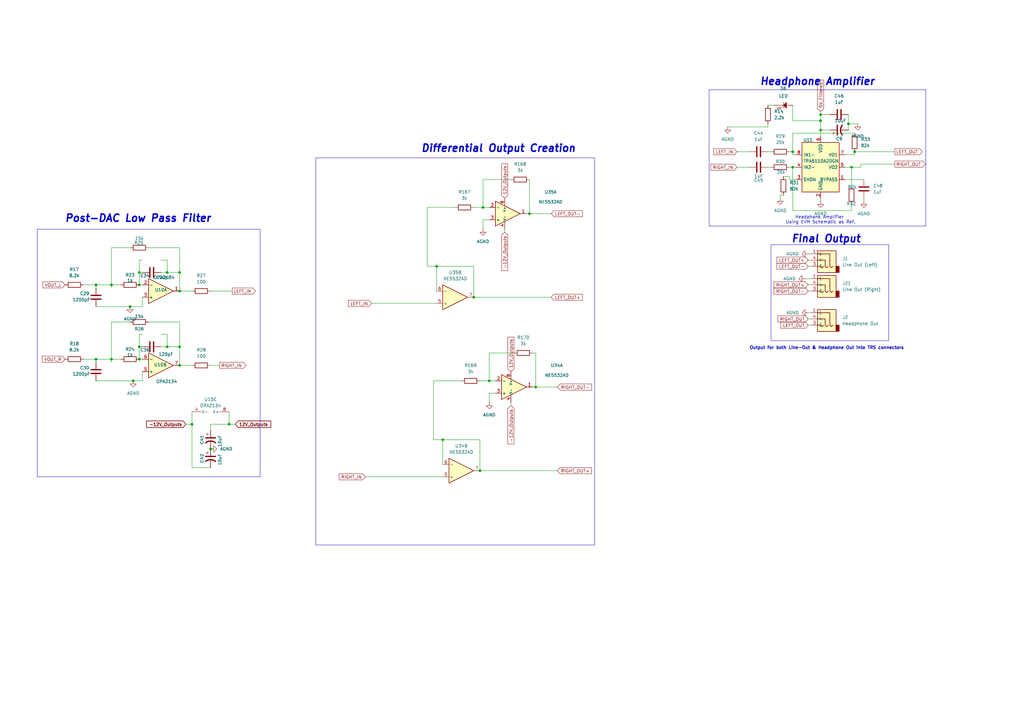
<source format=kicad_sch>
(kicad_sch (version 20231120) (generator "eeschema") (generator_version "8.0")
  (paper "A3")
  (title_block (company "Michael Meyers"))
  (lib_symbols
    (symbol "Amplifier_Audio:TPA6110A2DGN"
      (property "Reference" "U" (at -6.35 11.43 0))
      (property "Value" "TPA6110A2DGN" (at 6.35 11.43 0))
      (symbol "TPA6110A2DGN_0_1"
        (rectangle (start -7.62 10.16) (end 7.62 -10.16) (stroke (width 0.254)) (fill (type background)))
      )
      (symbol "TPA6110A2DGN_1_1"
        (pin passive line (at 10.16 -5.08 180) (length 2.54) (name "BYPASS") (number "1"))
        (pin power_in line (at 0 -12.7 90) (length 2.54) (name "GND") (number "2"))
        (pin input line (at -10.16 -5.08 0) (length 2.54) (name "SHDN") (number "3"))
        (pin input line (at -10.16 0 0) (length 2.54) (name "IN2-") (number "4"))
        (pin output line (at 10.16 0 180) (length 2.54) (name "VO2") (number "5"))
        (pin power_in line (at 0 12.7 270) (length 2.54) (name "VDD") (number "6"))
        (pin output line (at 10.16 5.08 180) (length 2.54) (name "VO1") (number "7"))
        (pin input line (at -10.16 5.08 0) (length 2.54) (name "IN1-") (number "8"))
        (pin passive line (at 0 -12.7 90) (length 2.54) hide (name "GND") (number "9"))
      )
    )
    (symbol "Amplifier_Operational:OPA2134" (pin_names (offset 0.127))
      (property "Reference" "U" (at 0 5.08 0))
      (property "Value" "OPA2134" (at 0 -5.08 0))
      (symbol "OPA2134_1_1"
        (polyline (pts (xy -5.08 5.08) (xy 5.08 0) (xy -5.08 -5.08) (xy -5.08 5.08)) (stroke (width 0.254)) (fill (type background)))
        (pin output line (at 7.62 0 180) (length 2.54) (name "~") (number "1"))
        (pin input line (at -7.62 -2.54 0) (length 2.54) (name "-") (number "2"))
        (pin input line (at -7.62 2.54 0) (length 2.54) (name "+") (number "3"))
      )
      (symbol "OPA2134_2_1"
        (polyline (pts (xy -5.08 5.08) (xy 5.08 0) (xy -5.08 -5.08) (xy -5.08 5.08)) (stroke (width 0.254)) (fill (type background)))
        (pin input line (at -7.62 2.54 0) (length 2.54) (name "+") (number "5"))
        (pin input line (at -7.62 -2.54 0) (length 2.54) (name "-") (number "6"))
        (pin output line (at 7.62 0 180) (length 2.54) (name "~") (number "7"))
      )
      (symbol "OPA2134_3_1"
        (pin power_in line (at -2.54 -7.62 90) (length 3.81) (name "V-") (number "4"))
        (pin power_in line (at -2.54 7.62 270) (length 3.81) (name "V+") (number "8"))
      )
    )
    (symbol "AudioJack3_1"
      (property "Reference" "J1" (at -7.62 0.6351 0))
      (property "Value" "Line Out (Left)" (at -7.62 -1.9049 0))
      (symbol "AudioJack3_1_0_1"
        (rectangle (start -5.08 -5.08) (end -6.35 -2.54) (stroke (width 0.254)) (fill (type outline)))
        (polyline (pts (xy 0 -2.54) (xy 0.635 -3.175) (xy 1.27 -2.54) (xy 2.54 -2.54)) (stroke (width 0.254)))
        (polyline (pts (xy -1.905 -2.54) (xy -1.27 -3.175) (xy -0.635 -2.54) (xy -0.635 0) (xy 2.54 0)) (stroke (width 0.254)))
        (polyline (pts (xy 2.54 2.54) (xy -2.54 2.54) (xy -2.54 -2.54) (xy -3.175 -3.175) (xy -3.81 -2.54)) (stroke (width 0.254)))
        (rectangle (start 2.54 3.81) (end -5.08 -5.08) (stroke (width 0.254)) (fill (type background)))
      )
      (symbol "AudioJack3_1_1_1"
        (pin passive line (at 5.08 2.54 180) (length 2.54) (name "1") (number "1"))
        (pin passive line (at 5.08 -2.54 180) (length 2.54) (name "3") (number "3"))
        (pin passive line (at 5.08 0 180) (length 2.54) (name "4") (number "4"))
      )
    )
    (symbol "AudioJack3_2"
      (property "Reference" "J21" (at -7.62 0.6351 0))
      (property "Value" "Line Out (Right)" (at -7.62 -1.9049 0))
      (symbol "AudioJack3_2_0_1"
        (rectangle (start -5.08 -5.08) (end -6.35 -2.54) (stroke (width 0.254)) (fill (type outline)))
        (polyline (pts (xy 0 -2.54) (xy 0.635 -3.175) (xy 1.27 -2.54) (xy 2.54 -2.54)) (stroke (width 0.254)))
        (polyline (pts (xy -1.905 -2.54) (xy -1.27 -3.175) (xy -0.635 -2.54) (xy -0.635 0) (xy 2.54 0)) (stroke (width 0.254)))
        (polyline (pts (xy 2.54 2.54) (xy -2.54 2.54) (xy -2.54 -2.54) (xy -3.175 -3.175) (xy -3.81 -2.54)) (stroke (width 0.254)))
        (rectangle (start 2.54 3.81) (end -5.08 -5.08) (stroke (width 0.254)) (fill (type background)))
      )
      (symbol "AudioJack3_2_1_1"
        (pin passive line (at 5.08 2.54 180) (length 2.54) (name "1") (number "1"))
        (pin passive line (at 5.08 -2.54 180) (length 2.54) (name "3") (number "3"))
        (pin passive line (at 5.08 0 180) (length 2.54) (name "4") (number "4"))
      )
    )
    (symbol "Connector_Audio:AudioJack3"
      (property "Reference" "J2" (at -7.62 0.6351 0))
      (property "Value" "Headphone Out" (at -7.62 -1.9049 0))
      (symbol "AudioJack3_0_1"
        (rectangle (start -5.08 -5.08) (end -6.35 -2.54) (stroke (width 0.254)) (fill (type outline)))
        (polyline (pts (xy 0 -2.54) (xy 0.635 -3.175) (xy 1.27 -2.54) (xy 2.54 -2.54)) (stroke (width 0.254)))
        (polyline (pts (xy -1.905 -2.54) (xy -1.27 -3.175) (xy -0.635 -2.54) (xy -0.635 0) (xy 2.54 0)) (stroke (width 0.254)))
        (polyline (pts (xy 2.54 2.54) (xy -2.54 2.54) (xy -2.54 -2.54) (xy -3.175 -3.175) (xy -3.81 -2.54)) (stroke (width 0.254)))
        (rectangle (start 2.54 3.81) (end -5.08 -5.08) (stroke (width 0.254)) (fill (type background)))
      )
      (symbol "AudioJack3_1_1"
        (pin passive line (at 5.08 2.54 180) (length 2.54) (name "1") (number "1"))
        (pin passive line (at 5.08 -2.54 180) (length 2.54) (name "3") (number "3"))
        (pin passive line (at 5.08 0 180) (length 2.54) (name "4") (number "4"))
      )
    )
    (symbol "Device:C" (pin_numbers hide) (pin_names (offset 0.254))
      (property "Reference" "C" (at 0.635 2.54 0))
      (property "Value" "C" (at 0.635 -2.54 0))
      (symbol "C_0_1"
        (polyline (pts (xy -2.032 -0.762) (xy 2.032 -0.762)) (stroke (width 0.508)))
        (polyline (pts (xy -2.032 0.762) (xy 2.032 0.762)) (stroke (width 0.508)))
      )
      (symbol "C_1_1"
        (pin passive line (at 0 3.81 270) (length 2.794) (name "~") (number "1"))
        (pin passive line (at 0 -3.81 90) (length 2.794) (name "~") (number "2"))
      )
    )
    (symbol "Device:C_Polarized_US" (pin_numbers hide) (pin_names (offset 0.254) hide)
      (property "Reference" "C" (at 0.635 2.54 0))
      (property "Value" "C_Polarized_US" (at 0.635 -2.54 0))
      (symbol "C_Polarized_US_0_1"
        (polyline (pts (xy -2.032 0.762) (xy 2.032 0.762)) (stroke (width 0.508)))
        (polyline (pts (xy -1.778 2.286) (xy -0.762 2.286)))
        (polyline (pts (xy -1.27 1.778) (xy -1.27 2.794)))
        (arc (start 2.032 -1.27) (mid 0 -0.5572) (end -2.032 -1.27) (stroke (width 0.508)))
      )
      (symbol "C_Polarized_US_1_1"
        (pin passive line (at 0 3.81 270) (length 2.794) (name "~") (number "1"))
        (pin passive line (at 0 -3.81 90) (length 3.302) (name "~") (number "2"))
      )
    )
    (symbol "Device:R" (pin_numbers hide) (pin_names (offset 0))
      (property "Reference" "R" (at 2.032 0 90))
      (property "Value" "R" (at 0 0 90))
      (symbol "R_0_1"
        (rectangle (start -1.016 -2.54) (end 1.016 2.54) (stroke (width 0.254)))
      )
      (symbol "R_1_1"
        (pin passive line (at 0 3.81 270) (length 1.27) (name "~") (number "1"))
        (pin passive line (at 0 -3.81 90) (length 1.27) (name "~") (number "2"))
      )
    )
    (symbol "PCM_Amplifier_Operational_AKL:NE5532AD" (pin_names (offset 0.2))
      (property "Reference" "U" (at 1.27 6.35 0))
      (property "Value" "NE5532AD" (at 1.27 3.81 0))
      (symbol "NE5532AD_0_1"
        (polyline (pts (xy -3.81 5.08) (xy -3.81 -5.08) (xy 6.35 0) (xy -3.81 5.08)) (stroke (width 0.254)) (fill (type background)))
      )
      (symbol "NE5532AD_1_1"
        (pin output line (at 8.89 0 180) (length 2.54) (name "~") (number "1"))
        (pin input line (at -6.35 2.54 0) (length 2.54) (name "-") (number "2"))
        (pin input line (at -6.35 -2.54 0) (length 2.54) (name "+") (number "3"))
        (pin power_in line (at 0 -6.35 90) (length 3.18) (name "V-") (number "4"))
        (pin power_in line (at 0 6.35 270) (length 3.18) (name "V+") (number "8"))
      )
      (symbol "NE5532AD_2_1"
        (pin input line (at -6.35 -2.54 0) (length 2.54) (name "+") (number "5"))
        (pin input line (at -6.35 2.54 0) (length 2.54) (name "-") (number "6"))
        (pin output line (at 8.89 0 180) (length 2.54) (name "~") (number "7"))
      )
    )
    (symbol "PCM_SL_Devices:LED"
      (property "Reference" "D" (at -0.508 5.334 0))
      (property "Value" "LED" (at -0.508 2.794 0))
      (symbol "LED_0_1"
        (polyline (pts (xy -1.27 0) (xy -2.54 0)))
        (polyline (pts (xy 0 1.27) (xy 0 -1.27)))
        (polyline (pts (xy 0.508 0.508) (xy 1.524 1.524)))
        (polyline (pts (xy 1.27 0) (xy 2.54 0)))
        (polyline (pts (xy 1.524 0.508) (xy 2.54 1.524)))
        (polyline (pts (xy 1.524 1.524) (xy 0.889 1.524)))
        (polyline (pts (xy 1.524 1.524) (xy 1.524 0.889)))
        (polyline (pts (xy 2.54 1.524) (xy 1.905 1.524)))
        (polyline (pts (xy 2.54 1.524) (xy 2.54 0.889)))
        (polyline (pts (xy 0 0) (xy -1.27 -1.27) (xy -1.27 1.27) (xy 0 0) (xy 1.27 0)) (fill (type outline)))
      )
      (symbol "LED_1_1"
        (pin passive line (at 3.81 0 180) (length 1.5) (name "~") (number "1"))
        (pin passive line (at -3.81 0 0) (length 1.5) (name "") (number "2"))
      )
    )
    (symbol "power:GND" (power) (pin_numbers hide) (pin_names (offset 0) hide)
      (property "Value" "GND" (at 0 -3.81 0))
      (symbol "GND_0_1"
        (polyline (pts (xy 0 0) (xy 0 -1.27) (xy 1.27 -1.27) (xy 0 -2.54) (xy -1.27 -1.27) (xy 0 -1.27)))
      )
      (symbol "GND_1_1"
        (pin power_in line (at 0 0 270) (length 0) (name "~") (number "1"))
      )
    )
  )
  (junction (at 347.98 50.8))
  (junction (at 45.72 116.84))
  (junction (at 68.58 142.24))
  (junction (at 57.15 147.32))
  (junction (at 181.61 180.34))
  (junction (at 336.55 46.99))
  (junction (at 93.98 173.99))
  (junction (at 349.25 68.58))
  (junction (at 217.17 87.63))
  (junction (at 336.55 49.53))
  (junction (at 73.66 111.76))
  (junction (at 68.58 111.76))
  (junction (at 219.71 158.75))
  (junction (at 39.37 116.84))
  (junction (at 54.61 156.21))
  (junction (at 198.12 85.09))
  (junction (at 78.74 173.99))
  (junction (at 57.15 111.76))
  (junction (at 179.07 109.22))
  (junction (at 194.31 121.92))
  (junction (at 39.37 147.32))
  (junction (at 73.66 119.38))
  (junction (at 73.66 149.86))
  (junction (at 57.15 116.84))
  (junction (at 336.55 53.34))
  (junction (at 45.72 147.32))
  (junction (at 53.34 125.73))
  (junction (at 200.66 156.21))
  (junction (at 57.15 142.24))
  (junction (at 325.12 62.23))
  (junction (at 73.66 142.24))
  (junction (at 325.12 68.58))
  (junction (at 350.52 62.23))
  (junction (at 196.85 193.04))
  (junction (at 86.36 184.15))
  (wire (pts (xy 347.98 50.8) (xy 347.98 53.34)))
  (wire (pts (xy 194.31 85.09) (xy 198.12 85.09)))
  (wire (pts (xy 219.71 158.75) (xy 228.6 158.75)))
  (wire (pts (xy 325.12 54.61) (xy 350.52 54.61)))
  (wire (pts (xy 57.15 137.16) (xy 57.15 142.24)))
  (wire (pts (xy 68.58 137.16) (xy 68.58 142.24)))
  (wire (pts (xy 34.29 116.84) (xy 39.37 116.84)))
  (wire (pts (xy 210.82 144.78) (xy 200.66 144.78)))
  (wire (pts (xy 194.31 121.92) (xy 226.06 121.92)))
  (wire (pts (xy 175.26 85.09) (xy 175.26 109.22)))
  (wire (pts (xy 207.01 95.25) (xy 207.01 93.98)))
  (wire (pts (xy 353.06 67.31) (xy 367.03 67.31)))
  (wire (pts (xy 325.12 43.18) (xy 325.12 49.53)))
  (wire (pts (xy 314.96 52.07) (xy 314.96 50.8)))
  (wire (pts (xy 177.8 180.34) (xy 181.61 180.34)))
  (wire (pts (xy 39.37 125.73) (xy 53.34 125.73)))
  (wire (pts (xy 336.55 53.34) (xy 340.36 53.34)))
  (wire (pts (xy 39.37 116.84) (xy 39.37 118.11)))
  (wire (pts (xy 336.55 53.34) (xy 336.55 55.88)))
  (wire (pts (xy 152.4 124.46) (xy 179.07 124.46)))
  (wire (pts (xy 57.15 142.24) (xy 57.15 147.32)))
  (wire (pts (xy 58.42 142.24) (xy 57.15 142.24)))
  (wire (pts (xy 53.34 101.6) (xy 45.72 101.6)))
  (wire (pts (xy 198.12 90.17) (xy 198.12 93.98)))
  (wire (pts (xy 45.72 147.32) (xy 49.53 147.32)))
  (wire (pts (xy 57.15 147.32) (xy 58.42 147.32)))
  (wire (pts (xy 68.58 111.76) (xy 73.66 111.76)))
  (wire (pts (xy 39.37 147.32) (xy 45.72 147.32)))
  (wire (pts (xy 325.12 63.5) (xy 325.12 62.23)))
  (wire (pts (xy 196.85 180.34) (xy 181.61 180.34)))
  (wire (pts (xy 34.29 147.32) (xy 39.37 147.32)))
  (wire (pts (xy 186.69 85.09) (xy 175.26 85.09)))
  (wire (pts (xy 58.42 106.68) (xy 57.15 106.68)))
  (wire (pts (xy 73.66 149.86) (xy 78.74 149.86)))
  (wire (pts (xy 73.66 101.6) (xy 73.66 111.76)))
  (wire (pts (xy 354.33 82.55) (xy 354.33 81.28)))
  (wire (pts (xy 367.03 62.23) (xy 350.52 62.23)))
  (wire (pts (xy 73.66 111.76) (xy 73.66 119.38)))
  (wire (pts (xy 336.55 46.99) (xy 340.36 46.99)))
  (wire (pts (xy 198.12 90.17) (xy 200.66 90.17)))
  (wire (pts (xy 219.71 144.78) (xy 219.71 158.75)))
  (wire (pts (xy 86.36 173.99) (xy 86.36 176.53)))
  (wire (pts (xy 302.26 68.58) (xy 307.34 68.58)))
  (wire (pts (xy 194.31 121.92) (xy 194.31 109.22)))
  (wire (pts (xy 73.66 119.38) (xy 78.74 119.38)))
  (wire (pts (xy 87.63 184.15) (xy 86.36 184.15)))
  (wire (pts (xy 57.15 106.68) (xy 57.15 111.76)))
  (wire (pts (xy 179.07 109.22) (xy 179.07 119.38)))
  (wire (pts (xy 96.52 173.99) (xy 93.98 173.99)))
  (wire (pts (xy 45.72 118.11) (xy 45.72 116.84)))
  (wire (pts (xy 331.47 109.22) (xy 332.74 109.22)))
  (wire (pts (xy 60.96 132.08) (xy 73.66 132.08)))
  (wire (pts (xy 331.47 119.38) (xy 332.74 119.38)))
  (wire (pts (xy 196.85 193.04) (xy 196.85 180.34)))
  (wire (pts (xy 53.34 132.08) (xy 45.72 132.08)))
  (wire (pts (xy 325.12 68.58) (xy 326.39 68.58)))
  (wire (pts (xy 86.36 149.86) (xy 90.17 149.86)))
  (wire (pts (xy 68.58 142.24) (xy 73.66 142.24)))
  (wire (pts (xy 54.61 156.21) (xy 58.42 156.21)))
  (wire (pts (xy 198.12 73.66) (xy 198.12 85.09)))
  (wire (pts (xy 53.34 125.73) (xy 58.42 125.73)))
  (wire (pts (xy 177.8 156.21) (xy 177.8 180.34)))
  (wire (pts (xy 175.26 109.22) (xy 179.07 109.22)))
  (wire (pts (xy 200.66 161.29) (xy 200.66 165.1)))
  (wire (pts (xy 209.55 166.37) (xy 209.55 165.1)))
  (wire (pts (xy 215.9 87.63) (xy 217.17 87.63)))
  (wire (pts (xy 217.17 73.66) (xy 217.17 87.63)))
  (wire (pts (xy 68.58 137.16) (xy 66.04 137.16)))
  (wire (pts (xy 73.66 132.08) (xy 73.66 142.24)))
  (wire (pts (xy 39.37 156.21) (xy 54.61 156.21)))
  (wire (pts (xy 323.85 73.66) (xy 323.85 72.39)))
  (wire (pts (xy 320.04 81.28) (xy 320.04 80.01)))
  (wire (pts (xy 331.47 104.14) (xy 332.74 104.14)))
  (wire (pts (xy 325.12 54.61) (xy 325.12 62.23)))
  (wire (pts (xy 331.47 116.84) (xy 332.74 116.84)))
  (wire (pts (xy 330.2 114.3) (xy 332.74 114.3)))
  (wire (pts (xy 68.58 106.68) (xy 66.04 106.68)))
  (wire (pts (xy 302.26 62.23) (xy 307.34 62.23)))
  (wire (pts (xy 181.61 180.34) (xy 181.61 190.5)))
  (wire (pts (xy 78.74 173.99) (xy 78.74 191.77)))
  (wire (pts (xy 298.45 52.07) (xy 314.96 52.07)))
  (wire (pts (xy 66.04 111.76) (xy 68.58 111.76)))
  (wire (pts (xy 93.98 173.99) (xy 86.36 173.99)))
  (wire (pts (xy 336.55 45.72) (xy 336.55 46.99)))
  (wire (pts (xy 73.66 142.24) (xy 73.66 149.86)))
  (wire (pts (xy 57.15 116.84) (xy 58.42 116.84)))
  (wire (pts (xy 45.72 132.08) (xy 45.72 147.32)))
  (wire (pts (xy 336.55 49.53) (xy 336.55 53.34)))
  (wire (pts (xy 353.06 68.58) (xy 349.25 68.58)))
  (wire (pts (xy 323.85 62.23) (xy 325.12 62.23)))
  (wire (pts (xy 325.12 68.58) (xy 325.12 86.36)))
  (wire (pts (xy 346.71 73.66) (xy 354.33 73.66)))
  (wire (pts (xy 331.47 133.35) (xy 332.74 133.35)))
  (wire (pts (xy 323.85 73.66) (xy 326.39 73.66)))
  (wire (pts (xy 60.96 101.6) (xy 73.66 101.6)))
  (wire (pts (xy 314.96 68.58) (xy 316.23 68.58)))
  (wire (pts (xy 58.42 121.92) (xy 58.42 125.73)))
  (wire (pts (xy 336.55 46.99) (xy 336.55 49.53)))
  (wire (pts (xy 350.52 63.5) (xy 350.52 62.23)))
  (wire (pts (xy 58.42 111.76) (xy 57.15 111.76)))
  (wire (pts (xy 76.2 173.99) (xy 78.74 173.99)))
  (wire (pts (xy 325.12 49.53) (xy 336.55 49.53)))
  (wire (pts (xy 323.85 68.58) (xy 325.12 68.58)))
  (wire (pts (xy 78.74 191.77) (xy 86.36 191.77)))
  (wire (pts (xy 323.85 72.39) (xy 321.31 72.39)))
  (wire (pts (xy 331.47 128.27) (xy 332.74 128.27)))
  (wire (pts (xy 68.58 106.68) (xy 68.58 111.76)))
  (wire (pts (xy 314.96 62.23) (xy 316.23 62.23)))
  (wire (pts (xy 347.98 46.99) (xy 347.98 50.8)))
  (wire (pts (xy 346.71 68.58) (xy 349.25 68.58)))
  (wire (pts (xy 349.25 83.82) (xy 349.25 86.36)))
  (wire (pts (xy 331.47 106.68) (xy 332.74 106.68)))
  (wire (pts (xy 200.66 144.78) (xy 200.66 156.21)))
  (wire (pts (xy 209.55 73.66) (xy 198.12 73.66)))
  (wire (pts (xy 66.04 142.24) (xy 68.58 142.24)))
  (wire (pts (xy 217.17 87.63) (xy 226.06 87.63)))
  (wire (pts (xy 317.5 43.18) (xy 314.96 43.18)))
  (wire (pts (xy 196.85 156.21) (xy 200.66 156.21)))
  (wire (pts (xy 86.36 119.38) (xy 95.25 119.38)))
  (wire (pts (xy 350.52 63.5) (xy 346.71 63.5)))
  (wire (pts (xy 39.37 116.84) (xy 45.72 116.84)))
  (wire (pts (xy 58.42 137.16) (xy 57.15 137.16)))
  (wire (pts (xy 320.04 80.01) (xy 321.31 80.01)))
  (wire (pts (xy 45.72 116.84) (xy 49.53 116.84)))
  (wire (pts (xy 349.25 68.58) (xy 349.25 76.2)))
  (wire (pts (xy 196.85 193.04) (xy 228.6 193.04)))
  (wire (pts (xy 198.12 85.09) (xy 200.66 85.09)))
  (wire (pts (xy 218.44 158.75) (xy 219.71 158.75)))
  (wire (pts (xy 78.74 168.91) (xy 78.74 173.99)))
  (wire (pts (xy 189.23 156.21) (xy 177.8 156.21)))
  (wire (pts (xy 331.47 130.81) (xy 332.74 130.81)))
  (wire (pts (xy 93.98 168.91) (xy 93.98 173.99)))
  (wire (pts (xy 39.37 147.32) (xy 39.37 148.59)))
  (wire (pts (xy 200.66 156.21) (xy 203.2 156.21)))
  (wire (pts (xy 149.86 195.58) (xy 181.61 195.58)))
  (wire (pts (xy 325.12 86.36) (xy 349.25 86.36)))
  (wire (pts (xy 218.44 144.78) (xy 219.71 144.78)))
  (wire (pts (xy 45.72 101.6) (xy 45.72 116.84)))
  (wire (pts (xy 57.15 111.76) (xy 57.15 116.84)))
  (wire (pts (xy 58.42 152.4) (xy 58.42 156.21)))
  (wire (pts (xy 336.55 81.28) (xy 336.55 82.55)))
  (wire (pts (xy 45.72 148.59) (xy 45.72 147.32)))
  (wire (pts (xy 353.06 68.58) (xy 353.06 67.31)))
  (wire (pts (xy 325.12 63.5) (xy 326.39 63.5)))
  (wire (pts (xy 194.31 109.22) (xy 179.07 109.22)))
  (wire (pts (xy 347.98 50.8) (xy 351.79 50.8)))
  (wire (pts (xy 200.66 161.29) (xy 203.2 161.29)))
  (rectangle (start 129.54 64.77) (end 243.84 223.52))
  (rectangle (start 316.23 100.33) (end 364.49 139.7))
  (rectangle (start 290.83 36.83) (end 379.73 92.71))
  (rectangle (start 15.24 93.98) (end 106.68 195.58))
  (text "Post-DAC Low Pass Filter" (at 56.642 89.662 0) (effects (font (size 3 3) (thickness 0.6) (bold yes) (italic yes))))
  (text "Output for both Line-Out & Headphone Out into TRS connectors" (at 339.09 142.748 0) (effects (font (size 1.27 1.27) (bold yes))))
  (text "Headphone Amplifier \nUsing EVM Schematic as Ref.\n" (at 336.55 90.17 0) (effects (font (size 1.27 1.27))))
  (text "Final Output" (at 338.836 98.044 0) (effects (font (size 3 3) (thickness 0.6) (bold yes) (italic yes))))
  (text "Headphone Amplifier" (at 335.28 33.528 0) (effects (font (size 3 3) (thickness 0.6) (bold yes) (italic yes))))
  (text "Differential Output Creation" (at 204.47 60.96 0) (effects (font (size 3 3) (thickness 0.6) (bold yes) (italic yes))))
  (global_label "LEFT_IN" (shape input) (at 302.26 62.23 180) (property "Intersheetrefs" "${INTERSHEET_REFS}" (effects (hide yes))))
  (global_label "LEFT_OUT" (shape input) (at 331.47 133.35 180) (property "Intersheetrefs" "${INTERSHEET_REFS}" (effects (hide yes))))
  (global_label "12V_Outputs" (shape input) (at 209.55 152.4 90) (property "Intersheetrefs" "${INTERSHEET_REFS}" (effects (hide yes))))
  (global_label "RIGHT_IN" (shape output) (at 90.17 149.86 0) (property "Intersheetrefs" "${INTERSHEET_REFS}" (effects (hide yes))))
  (global_label "RIGHT_IN" (shape input) (at 149.86 195.58 180) (property "Intersheetrefs" "${INTERSHEET_REFS}" (effects (hide yes))))
  (global_label "LEFT_OUT+" (shape input) (at 226.06 121.92 0) (property "Intersheetrefs" "${INTERSHEET_REFS}" (effects (hide yes))))
  (global_label "LEFT_IN" (shape input) (at 152.4 124.46 180) (property "Intersheetrefs" "${INTERSHEET_REFS}" (effects (hide yes))))
  (global_label "12V_Outputs" (shape input) (at 207.01 81.28 90) (property "Intersheetrefs" "${INTERSHEET_REFS}" (effects (hide yes))))
  (global_label "RIGHT_OUT-" (shape input) (at 228.6 158.75 0) (property "Intersheetrefs" "${INTERSHEET_REFS}" (effects (hide yes))))
  (global_label "-12V_Outputs" (shape input) (at 209.55 166.37 270) (property "Intersheetrefs" "${INTERSHEET_REFS}" (effects (hide yes))))
  (global_label "LEFT_OUT-" (shape input) (at 226.06 87.63 0) (property "Intersheetrefs" "${INTERSHEET_REFS}" (effects (hide yes))))
  (global_label "RIGHT_OUT+" (shape input) (at 228.6 193.04 0) (property "Intersheetrefs" "${INTERSHEET_REFS}" (effects (hide yes))))
  (global_label "LEFT_IN" (shape output) (at 95.25 119.38 0) (property "Intersheetrefs" "${INTERSHEET_REFS}" (effects (hide yes))))
  (global_label "RIGHT_OUT-" (shape input) (at 331.47 119.38 180) (property "Intersheetrefs" "${INTERSHEET_REFS}" (effects (hide yes))))
  (global_label "-12V_Outputs" (shape input) (at 76.2 173.99 180) (effects (font (bold yes))) (property "Intersheetrefs" "${INTERSHEET_REFS}" (effects (hide yes))))
  (global_label "LEFT_OUT+" (shape input) (at 331.47 106.68 180) (property "Intersheetrefs" "${INTERSHEET_REFS}" (effects (hide yes))))
  (global_label "RIGHT_IN" (shape input) (at 302.26 68.58 180) (property "Intersheetrefs" "${INTERSHEET_REFS}" (effects (hide yes))))
  (global_label "VOUT_R" (shape input) (at 26.67 147.32 180) (property "Intersheetrefs" "${INTERSHEET_REFS}" (effects (hide yes))))
  (global_label "12V_Outputs" (shape input) (at 96.52 173.99 0) (effects (font (bold yes))) (property "Intersheetrefs" "${INTERSHEET_REFS}" (effects (hide yes))))
  (global_label "5V_Filtered" (shape input) (at 336.55 45.72 90) (property "Intersheetrefs" "${INTERSHEET_REFS}" (effects (hide yes))))
  (global_label "LEFT_OUT" (shape output) (at 367.03 62.23 0) (property "Intersheetrefs" "${INTERSHEET_REFS}" (effects (hide yes))))
  (global_label "-12V_Outputs" (shape input) (at 207.01 95.25 270) (property "Intersheetrefs" "${INTERSHEET_REFS}" (effects (hide yes))))
  (global_label "RIGHT_OUT+" (shape input) (at 331.47 116.84 180) (property "Intersheetrefs" "${INTERSHEET_REFS}" (effects (hide yes))))
  (global_label "LEFT_OUT-" (shape input) (at 331.47 109.22 180) (property "Intersheetrefs" "${INTERSHEET_REFS}" (effects (hide yes))))
  (global_label "RIGHT_OUT" (shape input) (at 331.47 130.81 180) (property "Intersheetrefs" "${INTERSHEET_REFS}" (effects (hide yes))))
  (global_label "RIGHT_OUT" (shape output) (at 367.03 67.31 0) (property "Intersheetrefs" "${INTERSHEET_REFS}" (effects (hide yes))))
  (global_label "VOUT_L" (shape input) (at 26.67 116.84 180) (property "Intersheetrefs" "${INTERSHEET_REFS}" (effects (hide yes))))
  (symbol (lib_id "Device:R") (at 214.63 144.78 90) (unit 1)
    (property "Reference" "R170" (at 214.63 138.43 90))
    (property "Value" "3k" (at 214.63 140.97 90))
    (property "Footprint" "Resistor_SMD:R_0805_2012Metric" (effects (hide yes)))
    (property "Description" "Resistor" (effects (hide yes)))
  )
  (symbol (lib_id "Device:R") (at 30.48 116.84 90) (unit 1)
    (property "Reference" "R17" (at 30.48 110.49 90))
    (property "Value" "8.2k" (at 30.48 113.03 90))
    (property "Footprint" "Resistor_SMD:R_0805_2012Metric" (effects (hide yes)))
    (property "Description" "Resistor" (effects (hide yes)))
  )
  (symbol (lib_id "Device:C_Polarized_US") (at 86.36 187.96 0) (unit 1)
    (property "Reference" "C42" (at 82.804 187.96 90))
    (property "Value" "10uF" (at 90.17 188.468 90))
    (property "Footprint" "Capacitor_SMD:CP_Elec_4x5.8" (effects (hide yes)))
    (property "Description" "Polarized capacitor, US symbol" (effects (hide yes)))
  )
  (symbol (lib_id "PCM_Amplifier_Operational_AKL:NE5532AD") (at 209.55 158.75 0) (unit 1)
    (property "Reference" "U34" (at 228.346 149.86 0))
    (property "Value" "NE5532AD" (at 228.346 153.924 0))
    (property "Footprint" "PCM_Package_SO_AKL:SO-8_3.9x4.9mm_P1.27mm" (effects (hide yes)))
    (property "Datasheet" "https://www.ti.com/lit/ds/symlink/ne5532.pdf?ts=1634915487120&ref_url=https%253A%252F%252Fwww.google.com%252F" (effects (hide yes)))
    (property "Description" "SO-8 Dual Low Noise Operational Amplifier, 4mV Offset, 5nV/√Hz, 10MHz, Alternate KiCAD Library" (effects (hide yes)))
  )
  (symbol (lib_id "Device:R") (at 190.5 85.09 90) (unit 1)
    (property "Reference" "R167" (at 190.5 78.74 90))
    (property "Value" "3k" (at 190.5 81.28 90))
    (property "Footprint" "Resistor_SMD:R_0805_2012Metric" (effects (hide yes)))
    (property "Description" "Resistor" (effects (hide yes)))
  )
  (symbol (lib_id "Connector_Audio:AudioJack3") (at 337.82 130.81 0) (mirror y) (unit 1)
    (property "Reference" "J2" (at 345.44 130.1749 0) (effects (justify right)))
    (property "Value" "Headphone Out" (at 345.44 132.7149 0) (effects (justify right)))
    (property "Footprint" "SamacSys_Parts:ACJSNV353" (effects (hide yes)))
    (property "Description" "Audio Jack, 3 Poles (Stereo / TRS)" (effects (hide yes)))
  )
  (symbol (lib_id "Device:C_Polarized_US") (at 86.36 180.34 0) (unit 1)
    (property "Reference" "C41" (at 82.804 180.34 90))
    (property "Value" "10uF" (at 90.17 180.848 90))
    (property "Footprint" "Capacitor_SMD:CP_Elec_4x5.8" (effects (hide yes)))
    (property "Description" "Polarized capacitor, US symbol" (effects (hide yes)))
  )
  (symbol (lib_id "Device:R") (at 53.34 147.32 90) (unit 1)
    (property "Reference" "R24" (at 53.34 143.256 90))
    (property "Value" "1k" (at 53.34 145.542 90))
    (property "Footprint" "Resistor_SMD:R_0805_2012Metric" (effects (hide yes)))
    (property "Description" "Resistor" (effects (hide yes)))
  )
  (symbol (lib_id "power:GND") (at 351.79 50.8 0) (unit 1)
    (property "Reference" "#PWR045" (effects (hide yes)))
    (property "Value" "AGND" (at 351.79 55.88 0))
    (property "Description" "Power symbol creates a global label with name \"GND\" , ground" (effects (hide yes)))
  )
  (symbol (lib_id "Device:R") (at 321.31 76.2 0) (unit 1)
    (property "Reference" "R31" (at 323.85 74.9299 0) (effects (justify left)))
    (property "Value" "82k" (at 323.85 77.4699 0) (effects (justify left)))
    (property "Footprint" "Resistor_SMD:R_0805_2012Metric" (effects (hide yes)))
    (property "Description" "Resistor" (effects (hide yes)))
  )
  (symbol (lib_id "Device:C") (at 39.37 121.92 0) (unit 1)
    (property "Reference" "C29" (at 32.766 120.396 0) (effects (justify left)))
    (property "Value" "1200pF" (at 29.718 122.936 0) (effects (justify left)))
    (property "Footprint" "Capacitor_SMD:C_0603_1608Metric_Pad1.08x0.95mm_HandSolder" (effects (hide yes)))
    (property "Description" "Unpolarized capacitor" (effects (hide yes)))
  )
  (symbol (lib_id "power:GND") (at 320.04 81.28 0) (unit 1)
    (property "Reference" "#PWR040" (effects (hide yes)))
    (property "Value" "AGND" (at 320.04 86.36 0))
    (property "Description" "Power symbol creates a global label with name \"GND\" , ground" (effects (hide yes)))
  )
  (symbol (lib_id "Device:C") (at 311.15 62.23 270) (unit 1)
    (property "Reference" "C44" (at 311.15 54.61 90))
    (property "Value" "1uF" (at 311.15 57.15 90))
    (property "Footprint" "Capacitor_SMD:C_0805_2012Metric" (effects (hide yes)))
    (property "Description" "Unpolarized capacitor" (effects (hide yes)))
  )
  (symbol (lib_id "Device:R") (at 82.55 119.38 270) (unit 1)
    (property "Reference" "R27" (at 82.55 113.03 90))
    (property "Value" "100" (at 82.55 115.57 90))
    (property "Footprint" "Resistor_SMD:R_0805_2012Metric" (effects (hide yes)))
    (property "Description" "Resistor" (effects (hide yes)))
  )
  (symbol (lib_id "Device:R") (at 193.04 156.21 90) (unit 1)
    (property "Reference" "R169" (at 193.04 149.86 90))
    (property "Value" "3k" (at 193.04 152.4 90))
    (property "Footprint" "Resistor_SMD:R_0805_2012Metric" (effects (hide yes)))
    (property "Description" "Resistor" (effects (hide yes)))
  )
  (symbol (lib_id "Amplifier_Operational:OPA2134") (at 86.36 166.37 270) (mirror x) (unit 3)
    (property "Reference" "U10" (at 86.36 163.83 90))
    (property "Value" "OPA2134" (at 86.36 166.37 90))
    (property "Footprint" "SamacSys_Parts:SOIC127P600X175-8N" (effects (hide yes)))
    (property "Datasheet" "http://www.ti.com/lit/ds/symlink/opa134.pdf" (effects (hide yes)))
    (property "Description" "Dual SoundPlus High Performance Audio Operational Amplifiers, DIP-8/SOIC-8" (effects (hide yes)))
  )
  (symbol (lib_id "power:GND") (at 298.45 52.07 0) (unit 1)
    (property "Reference" "#PWR0104" (effects (hide yes)))
    (property "Value" "AGND" (at 298.45 57.15 0))
    (property "Description" "Power symbol creates a global label with name \"GND\" , ground" (effects (hide yes)))
  )
  (symbol (lib_id "Device:C") (at 344.17 46.99 90) (unit 1)
    (property "Reference" "C46" (at 344.17 39.37 90))
    (property "Value" "1uF" (at 344.17 41.91 90))
    (property "Footprint" "Capacitor_SMD:C_0805_2012Metric" (effects (hide yes)))
    (property "Description" "Unpolarized capacitor" (effects (hide yes)))
  )
  (symbol (lib_id "Device:C_Polarized_US") (at 344.17 53.34 90) (unit 1)
    (property "Reference" "C9" (at 344.17 56.896 90))
    (property "Value" "10uF" (at 344.678 49.53 90))
    (property "Footprint" "Capacitor_SMD:CP_Elec_4x5.8" (effects (hide yes)))
    (property "Description" "Polarized capacitor, US symbol" (effects (hide yes)))
  )
  (symbol (lib_id "Amplifier_Audio:TPA6110A2DGN") (at 336.55 68.58 0) (unit 1)
    (property "Reference" "U11" (at 329.438 57.404 0) (effects (justify left)))
    (property "Value" "TPA6110A2DGN" (at 329.438 66.04 0) (effects (justify left)))
    (property "Footprint" "Package_SO:HVSSOP-8-1EP_3x3mm_P0.65mm_EP1.57x1.89mm" (effects (hide yes)))
    (property "Datasheet" "https://www.ti.com/lit/ds/symlink/tpa6110a2.pdf" (effects (hide yes)))
    (property "Description" "150-mW Stereo Audio Power Amplifier, HVSSOP" (effects (hide yes)))
  )
  (symbol (lib_id "Device:R") (at 57.15 132.08 90) (unit 1)
    (property "Reference" "R26" (at 57.15 134.874 90))
    (property "Value" "15k" (at 57.15 129.794 90))
    (property "Footprint" "Resistor_SMD:R_0805_2012Metric" (effects (hide yes)))
    (property "Description" "Resistor" (effects (hide yes)))
  )
  (symbol (lib_id "PCM_Amplifier_Operational_AKL:NE5532AD") (at 185.42 121.92 0) (unit 2)
    (property "Reference" "U35" (at 186.69 111.76 0))
    (property "Value" "NE5532AD" (at 186.69 114.3 0))
    (property "Footprint" "PCM_Package_SO_AKL:SO-8_3.9x4.9mm_P1.27mm" (effects (hide yes)))
    (property "Datasheet" "https://www.ti.com/lit/ds/symlink/ne5532.pdf?ts=1634915487120&ref_url=https%253A%252F%252Fwww.google.com%252F" (effects (hide yes)))
    (property "Description" "SO-8 Dual Low Noise Operational Amplifier, 4mV Offset, 5nV/√Hz, 10MHz, Alternate KiCAD Library" (effects (hide yes)))
  )
  (symbol (lib_id "power:GND") (at 200.66 165.1 0) (unit 1)
    (property "Reference" "#PWR039" (effects (hide yes)))
    (property "Value" "AGND" (at 200.66 170.18 0))
    (property "Description" "Power symbol creates a global label with name \"GND\" , ground" (effects (hide yes)))
  )
  (symbol (lib_id "power:GND") (at 336.55 82.55 0) (unit 1)
    (property "Reference" "#PWR043" (effects (hide yes)))
    (property "Value" "AGND" (at 336.55 87.63 0))
    (property "Description" "Power symbol creates a global label with name \"GND\" , ground" (effects (hide yes)))
  )
  (symbol (lib_id "Device:R") (at 30.48 147.32 90) (unit 1)
    (property "Reference" "R18" (at 30.48 140.97 90))
    (property "Value" "8.2k" (at 30.48 143.51 90))
    (property "Footprint" "Resistor_SMD:R_0805_2012Metric" (effects (hide yes)))
    (property "Description" "Resistor" (effects (hide yes)))
  )
  (symbol (lib_id "Device:C") (at 62.23 111.76 90) (unit 1)
    (property "Reference" "C34" (at 59.436 113.03 90))
    (property "Value" "120pF" (at 67.056 113.792 90))
    (property "Footprint" "Capacitor_SMD:C_0603_1608Metric_Pad1.08x0.95mm_HandSolder" (effects (hide yes)))
    (property "Description" "Unpolarized capacitor" (effects (hide yes)))
  )
  (symbol (lib_id "Device:R") (at 320.04 68.58 90) (unit 1)
    (property "Reference" "R30" (at 320.04 66.294 90))
    (property "Value" "20k" (at 320.294 70.612 90))
    (property "Footprint" "Resistor_SMD:R_0805_2012Metric" (effects (hide yes)))
    (property "Description" "Resistor" (effects (hide yes)))
  )
  (symbol (lib_id "Device:R") (at 350.52 58.42 180) (unit 1)
    (property "Reference" "R33" (at 353.06 57.1499 0) (effects (justify right)))
    (property "Value" "82k" (at 353.06 59.6899 0) (effects (justify right)))
    (property "Footprint" "Resistor_SMD:R_0805_2012Metric" (effects (hide yes)))
    (property "Description" "Resistor" (effects (hide yes)))
  )
  (symbol (lib_id "Device:R") (at 349.25 80.01 180) (unit 1)
    (property "Reference" "R32" (at 347.218 83.566 0) (effects (justify right)))
    (property "Value" "82k" (at 347.726 76.708 0) (effects (justify right)))
    (property "Footprint" "Resistor_SMD:R_0805_2012Metric" (effects (hide yes)))
    (property "Description" "Resistor" (effects (hide yes)))
  )
  (symbol (lib_id "Amplifier_Operational:OPA2134") (at 66.04 149.86 0) (mirror x) (unit 2)
    (property "Reference" "U10" (at 65.786 149.606 0))
    (property "Value" "OPA2134" (at 68.326 156.464 0))
    (property "Footprint" "SamacSys_Parts:SOIC127P600X175-8N" (effects (hide yes)))
    (property "Datasheet" "http://www.ti.com/lit/ds/symlink/opa134.pdf" (effects (hide yes)))
    (property "Description" "Dual SoundPlus High Performance Audio Operational Amplifiers, DIP-8/SOIC-8" (effects (hide yes)))
  )
  (symbol (lib_id "PCM_Amplifier_Operational_AKL:NE5532AD") (at 187.96 193.04 0) (unit 2)
    (property "Reference" "U34" (at 189.23 182.88 0))
    (property "Value" "NE5532AD" (at 189.23 185.42 0))
    (property "Footprint" "PCM_Package_SO_AKL:SO-8_3.9x4.9mm_P1.27mm" (effects (hide yes)))
    (property "Datasheet" "https://www.ti.com/lit/ds/symlink/ne5532.pdf?ts=1634915487120&ref_url=https%253A%252F%252Fwww.google.com%252F" (effects (hide yes)))
    (property "Description" "SO-8 Dual Low Noise Operational Amplifier, 4mV Offset, 5nV/√Hz, 10MHz, Alternate KiCAD Library" (effects (hide yes)))
  )
  (symbol (lib_id "power:GND") (at 198.12 93.98 0) (unit 1)
    (property "Reference" "#PWR0210" (effects (hide yes)))
    (property "Value" "AGND" (at 198.12 99.06 0))
    (property "Description" "Power symbol creates a global label with name \"GND\" , ground" (effects (hide yes)))
  )
  (symbol (lib_id "PCM_Amplifier_Operational_AKL:NE5532AD") (at 207.01 87.63 0) (unit 1)
    (property "Reference" "U35" (at 225.806 78.74 0))
    (property "Value" "NE5532AD" (at 225.806 82.804 0))
    (property "Footprint" "PCM_Package_SO_AKL:SO-8_3.9x4.9mm_P1.27mm" (effects (hide yes)))
    (property "Datasheet" "https://www.ti.com/lit/ds/symlink/ne5532.pdf?ts=1634915487120&ref_url=https%253A%252F%252Fwww.google.com%252F" (effects (hide yes)))
    (property "Description" "SO-8 Dual Low Noise Operational Amplifier, 4mV Offset, 5nV/√Hz, 10MHz, Alternate KiCAD Library" (effects (hide yes)))
  )
  (symbol (lib_id "power:GND") (at 331.47 104.14 270) (unit 1)
    (property "Reference" "#PWR041" (effects (hide yes)))
    (property "Value" "AGND" (at 327.66 104.1399 90) (effects (justify right)))
    (property "Description" "Power symbol creates a global label with name \"GND\" , ground" (effects (hide yes)))
  )
  (symbol (lib_id "Device:C") (at 39.37 152.4 0) (unit 1)
    (property "Reference" "C30" (at 32.766 150.876 0) (effects (justify left)))
    (property "Value" "1200pF" (at 29.718 153.416 0) (effects (justify left)))
    (property "Footprint" "Capacitor_SMD:C_0603_1608Metric_Pad1.08x0.95mm_HandSolder" (effects (hide yes)))
    (property "Description" "Unpolarized capacitor" (effects (hide yes)))
  )
  (symbol (lib_id "Device:R") (at 314.96 46.99 0) (unit 1)
    (property "Reference" "R14" (at 317.5 45.7199 0) (effects (justify left)))
    (property "Value" "2.2k" (at 317.5 48.2599 0) (effects (justify left)))
    (property "Footprint" "Resistor_SMD:R_0805_2012Metric" (effects (hide yes)))
    (property "Description" "Resistor" (effects (hide yes)))
  )
  (symbol (lib_id "Device:R") (at 320.04 62.23 90) (unit 1)
    (property "Reference" "R29" (at 320.04 55.88 90))
    (property "Value" "20k" (at 320.04 58.42 90))
    (property "Footprint" "Resistor_SMD:R_0805_2012Metric" (effects (hide yes)))
    (property "Description" "Resistor" (effects (hide yes)))
  )
  (symbol (lib_id "power:GND") (at 54.61 156.21 0) (unit 1)
    (property "Reference" "#PWR037" (effects (hide yes)))
    (property "Value" "AGND" (at 54.61 161.29 0))
    (property "Description" "Power symbol creates a global label with name \"GND\" , ground" (effects (hide yes)))
  )
  (symbol (lib_name "AudioJack3_2") (lib_id "Connector_Audio:AudioJack3") (at 337.82 116.84 0) (mirror y) (unit 1)
    (property "Reference" "J21" (at 345.44 116.2049 0) (effects (justify right)))
    (property "Value" "Line Out (Right)" (at 345.44 118.7449 0) (effects (justify right)))
    (property "Footprint" "SamacSys_Parts:ACJSNV353" (effects (hide yes)))
    (property "Description" "Audio Jack, 3 Poles (Stereo / TRS)" (effects (hide yes)))
  )
  (symbol (lib_id "Device:R") (at 82.55 149.86 90) (unit 1)
    (property "Reference" "R28" (at 82.55 143.51 90))
    (property "Value" "100" (at 82.55 146.05 90))
    (property "Footprint" "Resistor_SMD:R_0805_2012Metric" (effects (hide yes)))
    (property "Description" "Resistor" (effects (hide yes)))
  )
  (symbol (lib_id "Device:R") (at 213.36 73.66 90) (unit 1)
    (property "Reference" "R168" (at 213.36 67.31 90))
    (property "Value" "3k" (at 213.36 69.85 90))
    (property "Footprint" "Resistor_SMD:R_0805_2012Metric" (effects (hide yes)))
    (property "Description" "Resistor" (effects (hide yes)))
  )
  (symbol (lib_id "power:GND") (at 354.33 82.55 0) (unit 1)
    (property "Reference" "#PWR044" (effects (hide yes)))
    (property "Value" "AGND" (at 354.33 87.63 0))
    (property "Description" "Power symbol creates a global label with name \"GND\" , ground" (effects (hide yes)))
  )
  (symbol (lib_id "Amplifier_Operational:OPA2134") (at 66.04 119.38 0) (mirror x) (unit 1)
    (property "Reference" "U10" (at 66.04 118.872 0))
    (property "Value" "OPA2134" (at 67.31 113.792 0))
    (property "Footprint" "SamacSys_Parts:SOIC127P600X175-8N" (effects (hide yes)))
    (property "Datasheet" "http://www.ti.com/lit/ds/symlink/opa134.pdf" (effects (hide yes)))
    (property "Description" "Dual SoundPlus High Performance Audio Operational Amplifiers, DIP-8/SOIC-8" (effects (hide yes)))
  )
  (symbol (lib_name "AudioJack3_1") (lib_id "Connector_Audio:AudioJack3") (at 337.82 106.68 0) (mirror y) (unit 1)
    (property "Reference" "J1" (at 345.44 106.0449 0) (effects (justify right)))
    (property "Value" "Line Out (Left)" (at 345.44 108.5849 0) (effects (justify right)))
    (property "Footprint" "SamacSys_Parts:ACJSNV353" (effects (hide yes)))
    (property "Description" "Audio Jack, 3 Poles (Stereo / TRS)" (effects (hide yes)))
  )
  (symbol (lib_id "Device:R") (at 53.34 116.84 90) (unit 1)
    (property "Reference" "R23" (at 53.34 112.776 90))
    (property "Value" "1k" (at 53.34 115.062 90))
    (property "Footprint" "Resistor_SMD:R_0805_2012Metric" (effects (hide yes)))
    (property "Description" "Resistor" (effects (hide yes)))
  )
  (symbol (lib_id "power:GND") (at 331.47 128.27 270) (unit 1)
    (property "Reference" "#PWR042" (effects (hide yes)))
    (property "Value" "AGND" (at 327.66 128.2699 90) (effects (justify right)))
    (property "Description" "Power symbol creates a global label with name \"GND\" , ground" (effects (hide yes)))
  )
  (symbol (lib_id "Device:C") (at 311.15 68.58 90) (unit 1)
    (property "Reference" "C45" (at 311.15 73.914 90))
    (property "Value" "1uF" (at 311.15 72.136 90))
    (property "Footprint" "Capacitor_SMD:C_0805_2012Metric" (effects (hide yes)))
    (property "Description" "Unpolarized capacitor" (effects (hide yes)))
  )
  (symbol (lib_id "power:GND") (at 53.34 125.73 0) (unit 1)
    (property "Reference" "#PWR036" (effects (hide yes)))
    (property "Value" "AGND" (at 53.34 130.81 0))
    (property "Description" "Power symbol creates a global label with name \"GND\" , ground" (effects (hide yes)))
  )
  (symbol (lib_id "Device:R") (at 57.15 101.6 90) (unit 1)
    (property "Reference" "R25" (at 56.896 99.568 90))
    (property "Value" "15k" (at 57.15 97.79 90))
    (property "Footprint" "Resistor_SMD:R_0805_2012Metric" (effects (hide yes)))
    (property "Description" "Resistor" (effects (hide yes)))
  )
  (symbol (lib_id "Device:C") (at 354.33 77.47 0) (unit 1)
    (property "Reference" "C48" (at 358.14 76.1999 0) (effects (justify left)))
    (property "Value" "1uF" (at 358.14 78.7399 0) (effects (justify left)))
    (property "Footprint" "Capacitor_SMD:C_0805_2012Metric" (effects (hide yes)))
    (property "Description" "Unpolarized capacitor" (effects (hide yes)))
  )
  (symbol (lib_id "power:GND") (at 86.36 184.15 90) (unit 1)
    (property "Reference" "#PWR038" (effects (hide yes)))
    (property "Value" "AGND" (at 90.17 184.1499 90) (effects (justify right)))
    (property "Description" "Power symbol creates a global label with name \"GND\" , ground" (effects (hide yes)))
  )
  (symbol (lib_id "PCM_SL_Devices:LED") (at 321.31 43.18 180) (unit 1)
    (property "Reference" "D6" (at 321.31 36.322 0))
    (property "Value" "LED" (at 321.31 39.37 0))
    (property "Footprint" "LED_SMD:LED_0402_1005Metric_Pad0.77x0.64mm_HandSolder" (effects (hide yes)))
    (property "Datasheet" "https://www.we-online.com/components/products/datasheet/150060BS75000.pdf" (effects (hide yes)))
    (property "Description" "Common 5mm diameter LED" (effects (hide yes)))
  )
  (symbol (lib_id "Device:C") (at 62.23 142.24 90) (unit 1)
    (property "Reference" "C36" (at 59.436 143.51 90))
    (property "Value" "120pF" (at 68.072 145.288 90))
    (property "Footprint" "Capacitor_SMD:C_0603_1608Metric_Pad1.08x0.95mm_HandSolder" (effects (hide yes)))
    (property "Description" "Unpolarized capacitor" (effects (hide yes)))
  )
  (symbol (lib_id "power:GND") (at 330.2 114.3 270) (unit 1)
    (property "Reference" "#PWR068" (effects (hide yes)))
    (property "Value" "AGND" (at 326.39 114.2999 90) (effects (justify right)))
    (property "Description" "Power symbol creates a global label with name \"GND\" , ground" (effects (hide yes)))
  )
)
</source>
